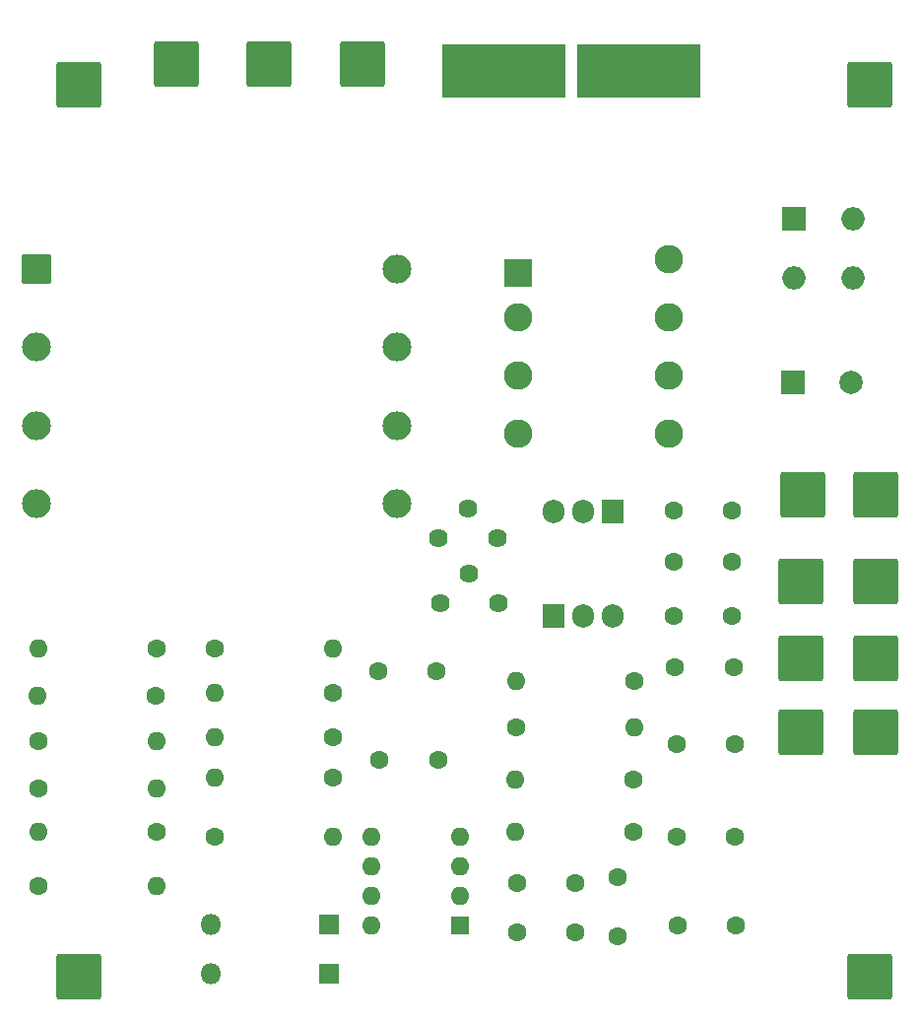
<source format=gbr>
%TF.GenerationSoftware,KiCad,Pcbnew,8.0.6*%
%TF.CreationDate,2025-03-04T10:23:17-08:00*%
%TF.ProjectId,Final_Board-Analog-v2,46696e61-6c5f-4426-9f61-72642d416e61,rev?*%
%TF.SameCoordinates,Original*%
%TF.FileFunction,Soldermask,Bot*%
%TF.FilePolarity,Negative*%
%FSLAX46Y46*%
G04 Gerber Fmt 4.6, Leading zero omitted, Abs format (unit mm)*
G04 Created by KiCad (PCBNEW 8.0.6) date 2025-03-04 10:23:17*
%MOMM*%
%LPD*%
G01*
G04 APERTURE LIST*
G04 Aperture macros list*
%AMRoundRect*
0 Rectangle with rounded corners*
0 $1 Rounding radius*
0 $2 $3 $4 $5 $6 $7 $8 $9 X,Y pos of 4 corners*
0 Add a 4 corners polygon primitive as box body*
4,1,4,$2,$3,$4,$5,$6,$7,$8,$9,$2,$3,0*
0 Add four circle primitives for the rounded corners*
1,1,$1+$1,$2,$3*
1,1,$1+$1,$4,$5*
1,1,$1+$1,$6,$7*
1,1,$1+$1,$8,$9*
0 Add four rect primitives between the rounded corners*
20,1,$1+$1,$2,$3,$4,$5,0*
20,1,$1+$1,$4,$5,$6,$7,0*
20,1,$1+$1,$6,$7,$8,$9,0*
20,1,$1+$1,$8,$9,$2,$3,0*%
%AMFreePoly0*
4,1,5,2.250000,-4.000000,-2.250000,-4.000000,-2.250000,4.000000,2.250000,4.000000,2.250000,-4.000000,2.250000,-4.000000,$1*%
%AMFreePoly1*
4,1,5,1.500000,-2.250000,-1.500000,-2.250000,-1.500000,2.250000,1.500000,2.250000,1.500000,-2.250000,1.500000,-2.250000,$1*%
%AMFreePoly2*
4,1,5,4.000000,-2.250000,-4.000000,-2.250000,-4.000000,2.250000,4.000000,2.250000,4.000000,-2.250000,4.000000,-2.250000,$1*%
G04 Aperture macros list end*
%ADD10C,1.600000*%
%ADD11O,1.600000X1.600000*%
%ADD12RoundRect,0.250002X-1.699998X-1.699998X1.699998X-1.699998X1.699998X1.699998X-1.699998X1.699998X0*%
%ADD13C,1.620000*%
%ADD14R,1.600000X1.600000*%
%ADD15RoundRect,0.102000X-1.143000X-1.143000X1.143000X-1.143000X1.143000X1.143000X-1.143000X1.143000X0*%
%ADD16C,2.490000*%
%ADD17RoundRect,0.102000X-1.125000X-1.125000X1.125000X-1.125000X1.125000X1.125000X-1.125000X1.125000X0*%
%ADD18C,2.454000*%
%ADD19FreePoly0,90.000000*%
%ADD20FreePoly1,0.000000*%
%ADD21FreePoly2,0.000000*%
%ADD22R,1.800000X1.800000*%
%ADD23O,1.800000X1.800000*%
%ADD24R,2.000000X2.000000*%
%ADD25O,2.000000X2.000000*%
%ADD26R,1.905000X2.000000*%
%ADD27O,1.905000X2.000000*%
%ADD28C,2.000000*%
G04 APERTURE END LIST*
D10*
%TO.C,R10*%
X128520000Y-111800000D03*
D11*
X118360000Y-111800000D03*
%TD*%
D12*
%TO.C,J4*%
X174603000Y-132431000D03*
%TD*%
D13*
%TO.C,RV1*%
X137600000Y-94725000D03*
X140100000Y-92225000D03*
X142600000Y-94725000D03*
%TD*%
D12*
%TO.C,J14*%
X175120000Y-91050000D03*
%TD*%
D10*
%TO.C,R2*%
X103160000Y-112200000D03*
D11*
X113320000Y-112200000D03*
%TD*%
D12*
%TO.C,J7*%
X115000000Y-54000000D03*
%TD*%
%TO.C,J6*%
X168720000Y-98450000D03*
%TD*%
D10*
%TO.C,C4*%
X157820000Y-101400000D03*
X162820000Y-101400000D03*
%TD*%
%TO.C,R7*%
X128520000Y-115300000D03*
D11*
X118360000Y-115300000D03*
%TD*%
D10*
%TO.C,C12*%
X144300000Y-128600000D03*
X149300000Y-128600000D03*
%TD*%
D14*
%TO.C,U4*%
X139400000Y-128020000D03*
D11*
X139400000Y-125480000D03*
X139400000Y-122940000D03*
X139400000Y-120400000D03*
X131780000Y-120400000D03*
X131780000Y-122940000D03*
X131780000Y-125480000D03*
X131780000Y-128020000D03*
%TD*%
D10*
%TO.C,C8*%
X137420000Y-106200000D03*
X132420000Y-106200000D03*
%TD*%
D15*
%TO.C,T1*%
X103012000Y-71607000D03*
D16*
X103012000Y-78338000D03*
X103012000Y-85069000D03*
X103012000Y-91800000D03*
X134000000Y-71607000D03*
X134000000Y-78338000D03*
X134000000Y-85069000D03*
X134000000Y-91800000D03*
%TD*%
D13*
%TO.C,RV2*%
X137700000Y-100325000D03*
X140200000Y-97825000D03*
X142700000Y-100325000D03*
%TD*%
D17*
%TO.C,T2*%
X144400000Y-72000000D03*
D18*
X144400000Y-75800000D03*
X144400000Y-80800000D03*
X144400000Y-85800000D03*
X157400000Y-85800000D03*
X157400000Y-80800000D03*
X157400000Y-75800000D03*
X157400000Y-70800000D03*
%TD*%
D10*
%TO.C,R6*%
X128490000Y-108000000D03*
D11*
X118330000Y-108000000D03*
%TD*%
D12*
%TO.C,J1*%
X106659000Y-55768000D03*
%TD*%
%TO.C,J2*%
X174603000Y-55768000D03*
%TD*%
D10*
%TO.C,C5*%
X157920000Y-105800000D03*
X162920000Y-105800000D03*
%TD*%
%TO.C,R11*%
X154320000Y-120000000D03*
D11*
X144160000Y-120000000D03*
%TD*%
D19*
%TO.C,F1*%
X141860000Y-54600000D03*
D20*
X146940000Y-54600000D03*
X151000000Y-54600000D03*
D21*
X156080000Y-54600000D03*
%TD*%
D10*
%TO.C,C14*%
X163020000Y-120400000D03*
X158020000Y-120400000D03*
%TD*%
D22*
%TO.C,D2*%
X128200000Y-127950000D03*
D23*
X118040000Y-127950000D03*
%TD*%
D10*
%TO.C,R13*%
X144240000Y-111000000D03*
D11*
X154400000Y-111000000D03*
%TD*%
D12*
%TO.C,J3*%
X106659000Y-132431000D03*
%TD*%
D10*
%TO.C,C3*%
X157820000Y-96800000D03*
X162820000Y-96800000D03*
%TD*%
%TO.C,C13*%
X153000000Y-123900000D03*
X153000000Y-128900000D03*
%TD*%
%TO.C,R12*%
X154400000Y-107000000D03*
D11*
X144240000Y-107000000D03*
%TD*%
D10*
%TO.C,C9*%
X137520000Y-113800000D03*
X132520000Y-113800000D03*
%TD*%
D12*
%TO.C,J16*%
X175120000Y-105050000D03*
%TD*%
D24*
%TO.C,D1*%
X168120000Y-67320000D03*
D25*
X168120000Y-72400000D03*
X173200000Y-72400000D03*
X173200000Y-67320000D03*
%TD*%
D12*
%TO.C,J13*%
X168720000Y-105050000D03*
%TD*%
D22*
%TO.C,D3*%
X128200000Y-132200000D03*
D23*
X118040000Y-132200000D03*
%TD*%
D10*
%TO.C,C10*%
X144300000Y-124400000D03*
X149300000Y-124400000D03*
%TD*%
D12*
%TO.C,J12*%
X168920000Y-91000000D03*
%TD*%
D26*
%TO.C,U2*%
X147440000Y-101400000D03*
D27*
X149980000Y-101400000D03*
X152520000Y-101400000D03*
%TD*%
D10*
%TO.C,R14*%
X103220000Y-124600000D03*
D11*
X113380000Y-124600000D03*
%TD*%
D12*
%TO.C,J15*%
X175120000Y-98450000D03*
%TD*%
%TO.C,J11*%
X168720000Y-111400000D03*
%TD*%
D10*
%TO.C,C15*%
X158120000Y-128000000D03*
X163120000Y-128000000D03*
%TD*%
%TO.C,R5*%
X113320000Y-120000000D03*
D11*
X103160000Y-120000000D03*
%TD*%
D10*
%TO.C,R4*%
X113240000Y-108250000D03*
D11*
X103080000Y-108250000D03*
%TD*%
D10*
%TO.C,C2*%
X157820000Y-92400000D03*
X162820000Y-92400000D03*
%TD*%
%TO.C,R8*%
X154320000Y-115500000D03*
D11*
X144160000Y-115500000D03*
%TD*%
D10*
%TO.C,C11*%
X158020000Y-112400000D03*
X163020000Y-112400000D03*
%TD*%
%TO.C,R9*%
X118320000Y-120400000D03*
D11*
X128480000Y-120400000D03*
%TD*%
D24*
%TO.C,C1*%
X168000000Y-81400000D03*
D28*
X173000000Y-81400000D03*
%TD*%
D26*
%TO.C,U1*%
X152580000Y-92455000D03*
D27*
X150040000Y-92455000D03*
X147500000Y-92455000D03*
%TD*%
D12*
%TO.C,J10*%
X131000000Y-54000000D03*
%TD*%
%TO.C,J8*%
X123000000Y-54000000D03*
%TD*%
%TO.C,J5*%
X175120000Y-111400000D03*
%TD*%
D10*
%TO.C,R3*%
X103160000Y-116250000D03*
D11*
X113320000Y-116250000D03*
%TD*%
D10*
%TO.C,R15*%
X113320000Y-104250000D03*
D11*
X103160000Y-104250000D03*
%TD*%
D10*
%TO.C,R1*%
X118330000Y-104250000D03*
D11*
X128490000Y-104250000D03*
%TD*%
M02*

</source>
